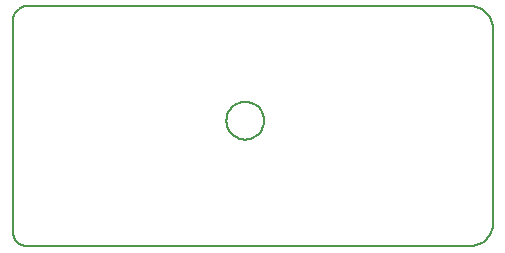
<source format=gko>
G04*
G04 #@! TF.GenerationSoftware,Altium Limited,Altium Designer,20.0.11 (256)*
G04*
G04 Layer_Color=16711935*
%FSLAX25Y25*%
%MOIN*%
G70*
G01*
G75*
%ADD12C,0.00500*%
D12*
X77550Y48100D02*
X76565Y48022D01*
X75603Y47792D01*
X74690Y47413D01*
X73847Y46897D01*
X73096Y46255D01*
X72454Y45503D01*
X71937Y44660D01*
X71559Y43747D01*
X71328Y42786D01*
X71251Y41801D01*
X83849D02*
X83772Y42786D01*
X83541Y43747D01*
X83163Y44660D01*
X82646Y45503D01*
X82004Y46255D01*
X81253Y46897D01*
X80410Y47413D01*
X79497Y47792D01*
X78535Y48022D01*
X77550Y48100D01*
Y35502D02*
X78535Y35579D01*
X79497Y35810D01*
X80410Y36188D01*
X81253Y36704D01*
X82004Y37347D01*
X82646Y38098D01*
X83163Y38941D01*
X83541Y39854D01*
X83772Y40815D01*
X83849Y41801D01*
X71251D02*
X71328Y40815D01*
X71559Y39854D01*
X71937Y38941D01*
X72454Y38098D01*
X73096Y37347D01*
X73847Y36704D01*
X74690Y36188D01*
X75603Y35810D01*
X76565Y35579D01*
X77550Y35502D01*
X152550Y-50D02*
X153529Y14D01*
X154491Y206D01*
X155420Y521D01*
X156300Y955D01*
X157116Y1500D01*
X157853Y2147D01*
X158500Y2885D01*
X159045Y3700D01*
X159479Y4580D01*
X159794Y5509D01*
X159986Y6471D01*
X160050Y7450D01*
Y72450D02*
X159986Y73429D01*
X159794Y74392D01*
X159479Y75321D01*
X159045Y76200D01*
X158500Y77016D01*
X157853Y77754D01*
X157116Y78400D01*
X156300Y78945D01*
X155420Y79379D01*
X154491Y79695D01*
X153529Y79886D01*
X152550Y79950D01*
X5050D02*
X4075Y79854D01*
X3137Y79570D01*
X2272Y79108D01*
X1515Y78486D01*
X893Y77728D01*
X431Y76864D01*
X146Y75926D01*
X50Y74950D01*
Y4950D02*
X146Y3975D01*
X431Y3037D01*
X893Y2173D01*
X1515Y1415D01*
X2272Y793D01*
X3137Y331D01*
X4075Y46D01*
X5050Y-50D01*
X152550D01*
X160050Y7450D02*
Y72450D01*
X5050Y79950D02*
X152550D01*
X50Y4950D02*
Y74950D01*
M02*

</source>
